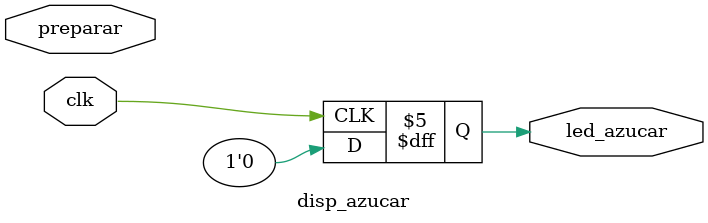
<source format=sv>
`timescale 1s/1ps

module disp_azucar(input clk, preparar,
						 output logic led_azucar);
					  
	always @(posedge clk) begin
		led_azucar = 1'b0;
		if (preparar == 1'b1) begin
			//Todas las bebidas
			//1 segundo
			led_azucar = 1'b1;
			#1
			led_azucar = 1'b0;
		end
	end
endmodule 
</source>
